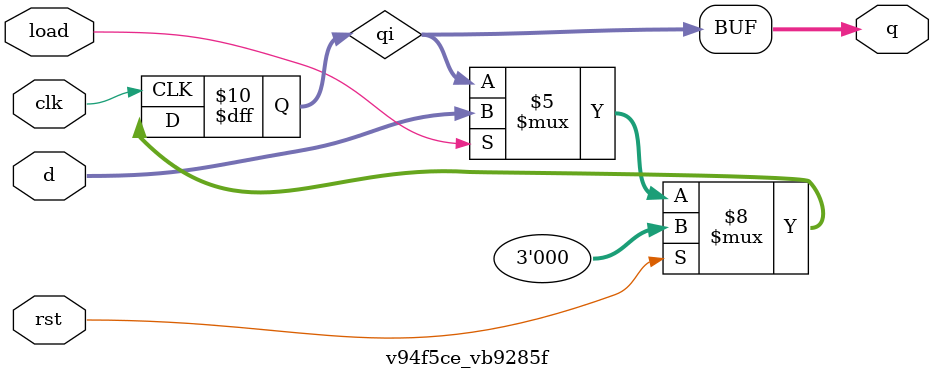
<source format=v>

`default_nettype none

module main #(
 parameter v37efa0 = 6
) (
 input v940bea,
 input vdcda36,
 input vclk,
 output [2:0] va25721,
 output vc6413b,
 output [0:3] vinit
);
 localparam p3 = v37efa0;
 wire w0;
 wire w1;
 wire w2;
 wire [0:2] w4;
 wire [0:2] w5;
 wire w6;
 wire w7;
 wire w8;
 assign w0 = vdcda36;
 assign vc6413b = w1;
 assign va25721 = w4;
 assign w6 = v940bea;
 assign w7 = vclk;
 assign w8 = vclk;
 assign w8 = w7;
 v7b367d #(
  .vc5c8ea(p3)
 ) v772234 (
  .vc35126(w5)
 );
 v5018a6 v66c660 (
  .vd9601b(w0),
  .v64879c(w2),
  .vfde3d7(w7)
 );
 v875ae8 v84d338 (
  .vd1077b(w1),
  .v3dc29f(w2),
  .v66c608(w4),
  .v0716f4(w5),
  .vafbfaf(w6),
  .v6dda25(w8)
 );
 assign vinit = 4'b0000;
endmodule

//---- Top entity
module v7b367d #(
 parameter vc5c8ea = 0
) (
 output [2:0] vc35126
);
 localparam p0 = vc5c8ea;
 wire [0:2] w1;
 assign vc35126 = w1;
 v7b367d_v465065 #(
  .VALUE(p0)
 ) v465065 (
  .k(w1)
 );
endmodule

//---------------------------------------------------
//-- 3-bits-gen-constant
//-- - - - - - - - - - - - - - - - - - - - - - - - --
//-- Generic: 3-bits generic constant (0-7)
//---------------------------------------------------

module v7b367d_v465065 #(
 parameter VALUE = 0
) (
 output [2:0] k
);
 assign k = VALUE;
endmodule
//---- Top entity
module v5018a6 #(
 parameter v9d2d5b = 0,
 parameter v42e61f = 0
) (
 input vfde3d7,
 input vd9601b,
 output v157a67,
 output v64879c
);
 localparam p4 = v9d2d5b;
 localparam p5 = v42e61f;
 wire w0;
 wire w1;
 wire w2;
 wire w3;
 wire w6;
 wire w7;
 assign w0 = vd9601b;
 assign v157a67 = w1;
 assign v64879c = w3;
 assign w6 = vfde3d7;
 assign w7 = vfde3d7;
 assign w2 = w1;
 assign w7 = w6;
 vae13be vc01bdf (
  .ve78ab8(w2),
  .v3487af(w3),
  .ved8395(w7)
 );
 v091b35 #(
  .v17ea21(p4),
  .v803182(p5)
 ) v79ea21 (
  .v27dec4(w0),
  .v4642b6(w1),
  .v25ab12(w6)
 );
endmodule

//---------------------------------------------------
//-- Button-tic
//-- - - - - - - - - - - - - - - - - - - - - - - - --
//-- Button-tic: Configurable button that emits a tic when it is pressed
//---------------------------------------------------
//---- Top entity
module vae13be (
 input ved8395,
 input ve78ab8,
 output v1c9ba2,
 output v3487af
);
 wire w0;
 wire w1;
 wire w2;
 wire w3;
 wire w4;
 wire w5;
 assign w0 = ve78ab8;
 assign w1 = ved8395;
 assign w4 = ve78ab8;
 assign v3487af = w5;
 assign w4 = w0;
 v3676a0 v9d4cda (
  .v0e28cb(w2),
  .vcbab45(w3)
 );
 vba518e v57aa83 (
  .v0e28cb(w3),
  .v3ca442(w4),
  .vcbab45(w5)
 );
 v58ed2b v4953b3 (
  .vf54559(w0),
  .va4102a(w1),
  .ve8318d(w2)
 );
endmodule

//---------------------------------------------------
//-- Rising-edge-detector
//-- - - - - - - - - - - - - - - - - - - - - - - - --
//-- Rising-edge detector. It generates a 1-period pulse (tic) when a rising edge is detected on the input. Block implementation
//---------------------------------------------------
//---- Top entity
module v3676a0 (
 input v0e28cb,
 output vcbab45
);
 wire w0;
 wire w1;
 assign w0 = v0e28cb;
 assign vcbab45 = w1;
 v3676a0_vd54ca1 vd54ca1 (
  .a(w0),
  .q(w1)
 );
endmodule

//---------------------------------------------------
//-- NOT
//-- - - - - - - - - - - - - - - - - - - - - - - - --
//-- NOT gate (Verilog implementation)
//---------------------------------------------------

module v3676a0_vd54ca1 (
 input a,
 output q
);
 //-- NOT Gate
 assign q = ~a;
 
 
endmodule
//---- Top entity
module vba518e (
 input v0e28cb,
 input v3ca442,
 output vcbab45
);
 wire w0;
 wire w1;
 wire w2;
 assign w0 = v0e28cb;
 assign w1 = v3ca442;
 assign vcbab45 = w2;
 vba518e_vf4938a vf4938a (
  .a(w0),
  .b(w1),
  .c(w2)
 );
endmodule

//---------------------------------------------------
//-- AND2
//-- - - - - - - - - - - - - - - - - - - - - - - - --
//-- Two bits input And gate
//---------------------------------------------------

module vba518e_vf4938a (
 input a,
 input b,
 output c
);
 //-- AND gate
 //-- Verilog implementation
 
 assign c = a & b;
 
endmodule
//---- Top entity
module v58ed2b #(
 parameter v71e305 = 0
) (
 input va4102a,
 input vf54559,
 output va58c5b,
 output ve8318d
);
 localparam p2 = v71e305;
 wire w0;
 wire w1;
 wire w3;
 assign w0 = va4102a;
 assign ve8318d = w1;
 assign w3 = vf54559;
 v58ed2b_vb8adf8 #(
  .INI(p2)
 ) vb8adf8 (
  .clk(w0),
  .q(w1),
  .d(w3)
 );
endmodule

//---------------------------------------------------
//-- sys-DFF-verilog
//-- - - - - - - - - - - - - - - - - - - - - - - - --
//-- System - D Flip-flop. Capture data every system clock cycle. Verilog implementation
//---------------------------------------------------

module v58ed2b_vb8adf8 #(
 parameter INI = 0
) (
 input clk,
 input d,
 output q
);
 //-- Initial value
 reg qi = INI;
 
 //-- Capture the input data  
 //-- on the rising edge of  
 //-- the system clock
 always @(posedge clk)
   qi <= d;
   
 //-- Connect the register with the
 //-- output
 assign q = qi;
endmodule
//---- Top entity
module v091b35 #(
 parameter v17ea21 = 0,
 parameter v803182 = 0
) (
 input v25ab12,
 input v27dec4,
 output v4642b6
);
 localparam p2 = v803182;
 localparam p4 = v17ea21;
 wire w0;
 wire w1;
 wire w3;
 wire w5;
 wire w6;
 wire w7;
 wire w8;
 assign v4642b6 = w5;
 assign w6 = v27dec4;
 assign w7 = v25ab12;
 assign w8 = v25ab12;
 assign w8 = w7;
 v6c3aff #(
  .v2fb6e5(p4)
 ) v67ee04 (
  .v758f58(w0),
  .vedbc89(w6)
 );
 v68f406 #(
  .v6a9fe4(p2)
 ) v5b351d (
  .v27dec4(w1),
  .v4642b6(w3)
 );
 vdd36dc v7f7562 (
  .v6a82dd(w3),
  .vd4e5d7(w5),
  .v444878(w8)
 );
 v0705a6 v9812a2 (
  .ve7f5e6(w0),
  .v3c12b5(w1),
  .v717e81(w7)
 );
endmodule

//---------------------------------------------------
//-- Button
//-- - - - - - - - - - - - - - - - - - - - - - - - --
//-- Configurable button (pull-up on/off. Not on/off)
//---------------------------------------------------
//---- Top entity
module v6c3aff #(
 parameter v2fb6e5 = 1
) (
 input vedbc89,
 output v758f58
);
 localparam p2 = v2fb6e5;
 wire w0;
 wire w1;
 assign w0 = vedbc89;
 assign v758f58 = w1;
 v6c3aff_v34955f #(
  .ON(p2)
 ) v34955f (
  .i(w0),
  .o(w1)
 );
endmodule

//---------------------------------------------------
//-- Pull-upx1
//-- - - - - - - - - - - - - - - - - - - - - - - - --
//-- FPGA internal pull-up configuration on the input port
//---------------------------------------------------

module v6c3aff_v34955f #(
 parameter ON = 0
) (
 input i,
 output o
);
 // 1-Pull up
 
 //-- Place the IO block, configured as  
 //-- input with pull-up
 SB_IO
   #(
     .PIN_TYPE(6'b 1010_01),
     
     //-- The pull-up is activated or not
     //-- depeding on the ON parameter
     .PULLUP(ON)
     
   ) input_pin (
 
     //--- Input pin
     .PACKAGE_PIN(i),
     
     //-- Block output
     .D_IN_0(o),
     
     //-- Configured as input
     .OUTPUT_ENABLE(1'b0),
     
     //-- Not used
     .D_OUT_0(1'b0)
   );
endmodule
//---- Top entity
module v68f406 #(
 parameter v6a9fe4 = 0
) (
 input v27dec4,
 output v4642b6
);
 localparam p0 = v6a9fe4;
 wire w1;
 wire w2;
 wire w3;
 assign w2 = v27dec4;
 assign v4642b6 = w3;
 v3ba5d0 #(
  .vc5c8ea(p0)
 ) vce5802 (
  .v268bfc(w1)
 );
 vd12401 v5b01c7 (
  .v0e28cb(w1),
  .v3ca442(w2),
  .vcbab45(w3)
 );
endmodule

//---------------------------------------------------
//-- not-wire-x01
//-- - - - - - - - - - - - - - - - - - - - - - - - --
//-- Select positive or negative logic for the input (0=positive, 1=negative)
//---------------------------------------------------
//---- Top entity
module v3ba5d0 #(
 parameter vc5c8ea = 0
) (
 output v268bfc
);
 localparam p0 = vc5c8ea;
 wire w1;
 assign v268bfc = w1;
 v3ba5d0_v465065 #(
  .VALUE(p0)
 ) v465065 (
  .k(w1)
 );
endmodule

//---------------------------------------------------
//-- Constante-1bits
//-- - - - - - - - - - - - - - - - - - - - - - - - --
//-- Valor genérico constante, de 1 bits. Su valor se introduce como parámetro. Por defecto vale 0
//---------------------------------------------------

module v3ba5d0_v465065 #(
 parameter VALUE = 0
) (
 output k
);
 assign k = VALUE;
endmodule
//---- Top entity
module vd12401 (
 input v0e28cb,
 input v3ca442,
 output vcbab45
);
 wire w0;
 wire w1;
 wire w2;
 assign w0 = v0e28cb;
 assign w1 = v3ca442;
 assign vcbab45 = w2;
 vd12401_vf4938a vf4938a (
  .a(w0),
  .b(w1),
  .c(w2)
 );
endmodule

//---------------------------------------------------
//-- XOR2
//-- - - - - - - - - - - - - - - - - - - - - - - - --
//-- XOR gate: two bits input xor gate
//---------------------------------------------------

module vd12401_vf4938a (
 input a,
 input b,
 output c
);
 //-- XOR gate
 //-- Verilog implementation
 
 assign c = a ^ b;
 
endmodule
//---- Top entity
module vdd36dc (
 input v444878,
 input v6a82dd,
 output vd4e5d7
);
 wire w0;
 wire w1;
 wire w2;
 wire w3;
 wire w4;
 wire w5;
 wire w6;
 wire w7;
 assign w2 = v444878;
 assign w3 = v444878;
 assign w4 = v444878;
 assign vd4e5d7 = w5;
 assign w6 = v6a82dd;
 assign w7 = v6a82dd;
 assign w3 = w2;
 assign w4 = w2;
 assign w4 = w3;
 assign w7 = w6;
 v1ed41a vd680b8 (
  .v3487af(w1),
  .ved8395(w4),
  .ve78ab8(w7)
 );
 v8a23ff v02f115 (
  .vd793aa(w0),
  .ve4a668(w2),
  .v4642b6(w5),
  .v27dec4(w6)
 );
 ve8e3e6 vc4d90e (
  .ve37344(w0),
  .ve556f1(w1),
  .v6dda25(w3)
 );
endmodule

//---------------------------------------------------
//-- Debouncer-x01
//-- - - - - - - - - - - - - - - - - - - - - - - - --
//-- Remove the rebound on a mechanical switch
//---------------------------------------------------
//---- Top entity
module v1ed41a (
 input ved8395,
 input ve78ab8,
 output v31351e,
 output v3487af
);
 wire w0;
 wire w1;
 wire w2;
 wire w3;
 wire w4;
 assign w0 = ve78ab8;
 assign w1 = ved8395;
 assign v3487af = w2;
 assign w4 = ve78ab8;
 assign w4 = w0;
 vd12401 v456da5 (
  .vcbab45(w2),
  .v0e28cb(w3),
  .v3ca442(w4)
 );
 v58ed2b vf94974 (
  .vf54559(w0),
  .va4102a(w1),
  .ve8318d(w3)
 );
endmodule

//---------------------------------------------------
//-- Edges-detector-block
//-- - - - - - - - - - - - - - - - - - - - - - - - --
//-- Edges detector. It generates a 1-period pulse (tic) when either a rising edge or a falling edge is detected on the input. Block implementation
//---------------------------------------------------
//---- Top entity
module v8a23ff #(
 parameter v3360b0 = 0
) (
 input ve4a668,
 input v27dec4,
 input vd793aa,
 output v4642b6
);
 localparam p4 = v3360b0;
 wire w0;
 wire w1;
 wire w2;
 wire w3;
 assign w0 = ve4a668;
 assign w1 = v27dec4;
 assign w2 = vd793aa;
 assign v4642b6 = w3;
 v8a23ff_vb79aca #(
  .INI(p4)
 ) vb79aca (
  .clk(w0),
  .d(w1),
  .load(w2),
  .q(w3)
 );
endmodule

//---------------------------------------------------
//-- DFF-verilog
//-- - - - - - - - - - - - - - - - - - - - - - - - --
//-- DFF. D Flip-flop. Verilog implementation
//---------------------------------------------------

module v8a23ff_vb79aca #(
 parameter INI = 0
) (
 input clk,
 input d,
 input load,
 output q
);
 //-- Initial value
 reg qi = INI;
 
 always @(posedge clk)
 begin
  
  //-- When load is active
  //-- the input data is captured
  if (load == 1'b1)
    qi <= d;
  
 end
 
 //-- Connect the register with the
 //-- output
 assign q = qi;
 
endmodule
//---- Top entity
module ve8e3e6 (
 input v6dda25,
 input ve556f1,
 output [15:0] v49911e,
 output ve37344
);
 wire w0;
 wire [0:15] w1;
 wire [0:15] w2;
 wire w3;
 wire [0:15] w4;
 wire w5;
 assign w0 = ve556f1;
 assign w3 = v6dda25;
 assign v49911e = w4;
 assign ve37344 = w5;
 assign w4 = w1;
 v8ecd59 v9392cd (
  .v2f9d57(w1),
  .vd7988b(w2),
  .v4642b6(w5)
 );
 v0788ea vd23000 (
  .v7bb757(w0),
  .ve56ffc(w1),
  .v76e2d3(w2),
  .v02833d(w3)
 );
endmodule

//---------------------------------------------------
//-- syscounter-rst-16bits
//-- - - - - - - - - - - - - - - - - - - - - - - - --
//-- 16-bits Syscounter with reset
//---------------------------------------------------
//---- Top entity
module v8ecd59 #(
 parameter v6c5139 = 1
) (
 input [15:0] v2f9d57,
 output v4642b6,
 output [15:0] vd7988b
);
 localparam p1 = v6c5139;
 wire w0;
 wire [0:15] w2;
 wire [0:15] w3;
 assign v4642b6 = w0;
 assign w2 = v2f9d57;
 assign vd7988b = w3;
 v265696 #(
  .vd73390(p1)
 ) v76123a (
  .v4642b6(w0),
  .v36f2dd(w2),
  .vc068fb(w3)
 );
endmodule

//---------------------------------------------------
//-- Inc1-16bits
//-- - - - - - - - - - - - - - - - - - - - - - - - --
//-- Inc1-16bit: Increment a 16-bits number by one
//---------------------------------------------------
//---- Top entity
module v265696 #(
 parameter vd73390 = 0
) (
 input [15:0] v36f2dd,
 output v4642b6,
 output [15:0] vc068fb
);
 localparam p1 = vd73390;
 wire w0;
 wire [0:15] w2;
 wire [0:15] w3;
 wire [0:15] w4;
 assign v4642b6 = w0;
 assign w3 = v36f2dd;
 assign vc068fb = w4;
 v651fa3 #(
  .vc5c8ea(p1)
 ) vdd8fa2 (
  .vcd9338(w2)
 );
 vbc66d7 vce7ab7 (
  .v4642b6(w0),
  .v1489e0(w2),
  .v603a9a(w3),
  .v2c4251(w4)
 );
endmodule

//---------------------------------------------------
//-- AdderK-16bits
//-- - - - - - - - - - - - - - - - - - - - - - - - --
//-- AdderK-16bit: Adder of 16-bit operand and 16-bit constant
//---------------------------------------------------
//---- Top entity
module v651fa3 #(
 parameter vc5c8ea = 0
) (
 output [15:0] vcd9338
);
 localparam p0 = vc5c8ea;
 wire [0:15] w1;
 assign vcd9338 = w1;
 v651fa3_v465065 #(
  .VALUE(p0)
 ) v465065 (
  .k(w1)
 );
endmodule

//---------------------------------------------------
//-- 16-bits-gen-constant
//-- - - - - - - - - - - - - - - - - - - - - - - - --
//-- Generic: 16-bits generic constant
//---------------------------------------------------

module v651fa3_v465065 #(
 parameter VALUE = 0
) (
 output [15:0] k
);
 assign k = VALUE;
endmodule
//---- Top entity
module vbc66d7 (
 input [15:0] v1489e0,
 input [15:0] v603a9a,
 output v4642b6,
 output [15:0] v2c4251
);
 wire w0;
 wire w1;
 wire [0:15] w2;
 wire [0:15] w3;
 wire [0:15] w4;
 wire [0:7] w5;
 wire [0:7] w6;
 wire [0:7] w7;
 wire [0:7] w8;
 wire [0:7] w9;
 wire [0:7] w10;
 assign v4642b6 = w0;
 assign w2 = v603a9a;
 assign w3 = v1489e0;
 assign v2c4251 = w4;
 v306ca3 v0a29fe (
  .v91b9c1(w2),
  .vef5eee(w9),
  .vd3ef3b(w10)
 );
 v306ca3 vb0a6ce (
  .v91b9c1(w3),
  .vef5eee(w7),
  .vd3ef3b(w8)
 );
 vcb23aa v8e0bba (
  .v4642b6(w1),
  .v62bf25(w6),
  .v39966a(w8),
  .veb2f59(w10)
 );
 vc3c498 v917bbf (
  .v4642b6(w0),
  .vb9cfc3(w1),
  .veeaa8e(w5),
  .v45c6ee(w7),
  .v20212e(w9)
 );
 v8cc49c v03c3e3 (
  .v14a530(w4),
  .vb334ae(w5),
  .v2b8a97(w6)
 );
endmodule

//---------------------------------------------------
//-- Adder-16bits
//-- - - - - - - - - - - - - - - - - - - - - - - - --
//-- Adder-16bits: Adder of two operands of 16 bits
//---------------------------------------------------
//---- Top entity
module v306ca3 (
 input [15:0] v91b9c1,
 output [7:0] vef5eee,
 output [7:0] vd3ef3b
);
 wire [0:15] w0;
 wire [0:7] w1;
 wire [0:7] w2;
 assign w0 = v91b9c1;
 assign vef5eee = w1;
 assign vd3ef3b = w2;
 v306ca3_v9a2a06 v9a2a06 (
  .i(w0),
  .o1(w1),
  .o0(w2)
 );
endmodule

//---------------------------------------------------
//-- Bus16-Split-half
//-- - - - - - - - - - - - - - - - - - - - - - - - --
//-- Bus16-Split-half: Split the 16-bits bus into two buses of the same size
//---------------------------------------------------

module v306ca3_v9a2a06 (
 input [15:0] i,
 output [7:0] o1,
 output [7:0] o0
);
 assign o1 = i[15:8];
 assign o0 = i[7:0];
endmodule
//---- Top entity
module vcb23aa (
 input [7:0] v39966a,
 input [7:0] veb2f59,
 output v4642b6,
 output [7:0] v62bf25
);
 wire [0:7] w0;
 wire [0:7] w1;
 wire [0:3] w2;
 wire [0:3] w3;
 wire [0:7] w4;
 wire w5;
 wire w6;
 wire [0:3] w7;
 wire [0:3] w8;
 wire [0:3] w9;
 wire [0:3] w10;
 assign w0 = veb2f59;
 assign w1 = v39966a;
 assign v62bf25 = w4;
 assign v4642b6 = w5;
 v6bdcd9 vd88c66 (
  .vcc8c7c(w0),
  .v651522(w9),
  .v2cc41f(w10)
 );
 v6bdcd9 v26a0bb (
  .vcc8c7c(w1),
  .v651522(w7),
  .v2cc41f(w8)
 );
 v25966b v9ea427 (
  .v817794(w3),
  .v4642b6(w6),
  .v0550b6(w8),
  .v24708e(w10)
 );
 vafb28f vc75346 (
  .v515fe7(w2),
  .v3c88fc(w3),
  .va9ac17(w4)
 );
 va1ce30 v40c17f (
  .v817794(w2),
  .v4642b6(w5),
  .vb9cfc3(w6),
  .v0550b6(w7),
  .v24708e(w9)
 );
endmodule

//---------------------------------------------------
//-- Adder-8bits
//-- - - - - - - - - - - - - - - - - - - - - - - - --
//-- Adder-8bits: Adder of two operands of 8 bits
//---------------------------------------------------
//---- Top entity
module v6bdcd9 (
 input [7:0] vcc8c7c,
 output [3:0] v651522,
 output [3:0] v2cc41f
);
 wire [0:3] w0;
 wire [0:3] w1;
 wire [0:7] w2;
 assign v651522 = w0;
 assign v2cc41f = w1;
 assign w2 = vcc8c7c;
 v6bdcd9_v9a2a06 v9a2a06 (
  .o1(w0),
  .o0(w1),
  .i(w2)
 );
endmodule

//---------------------------------------------------
//-- Bus8-Split-half
//-- - - - - - - - - - - - - - - - - - - - - - - - --
//-- Bus8-Split-half: Split the 8-bits bus into two buses of the same size
//---------------------------------------------------

module v6bdcd9_v9a2a06 (
 input [7:0] i,
 output [3:0] o1,
 output [3:0] o0
);
 assign o1 = i[7:4];
 assign o0 = i[3:0];
endmodule
//---- Top entity
module v25966b (
 input [3:0] v0550b6,
 input [3:0] v24708e,
 output v4642b6,
 output [3:0] v817794
);
 wire w0;
 wire w1;
 wire w2;
 wire w3;
 wire w4;
 wire [0:3] w5;
 wire [0:3] w6;
 wire [0:3] w7;
 wire w8;
 wire w9;
 wire w10;
 wire w11;
 wire w12;
 wire w13;
 wire w14;
 wire w15;
 wire w16;
 wire w17;
 wire w18;
 assign w5 = v24708e;
 assign w6 = v0550b6;
 assign v817794 = w7;
 assign v4642b6 = w9;
 v1ea21d vdbe125 (
  .v4642b6(w0),
  .v8e8a67(w2),
  .v27dec4(w15),
  .v82de4f(w18)
 );
 vad119b vb8ad86 (
  .v0ef266(w0),
  .v8e8a67(w1),
  .v4642b6(w3),
  .v27dec4(w14),
  .v82de4f(w17)
 );
 vad119b v5d29b2 (
  .v0ef266(w3),
  .v8e8a67(w4),
  .v4642b6(w8),
  .v27dec4(w12),
  .v82de4f(w16)
 );
 vc4f23a vf4a6ff (
  .v985fcb(w5),
  .v4f1fd3(w13),
  .vda577d(w16),
  .v3f8943(w17),
  .v64d863(w18)
 );
 vc4f23a v9d4632 (
  .v985fcb(w6),
  .v4f1fd3(w11),
  .vda577d(w12),
  .v3f8943(w14),
  .v64d863(w15)
 );
 v84f0a1 v140dbf (
  .vee8a83(w1),
  .v03aaf0(w2),
  .vf8041d(w4),
  .v11bca5(w7),
  .vd84a57(w10)
 );
 vad119b v5c5937 (
  .v0ef266(w8),
  .v4642b6(w9),
  .v8e8a67(w10),
  .v27dec4(w11),
  .v82de4f(w13)
 );
endmodule

//---------------------------------------------------
//-- Adder-4bits
//-- - - - - - - - - - - - - - - - - - - - - - - - --
//-- Adder-4bits: Adder of two operands of 4 bits
//---------------------------------------------------
//---- Top entity
module v1ea21d (
 input v27dec4,
 input v82de4f,
 output v4642b6,
 output v8e8a67
);
 wire w0;
 wire w1;
 wire w2;
 wire w3;
 wire w4;
 assign w0 = v82de4f;
 assign w1 = v27dec4;
 assign v4642b6 = w3;
 assign v8e8a67 = w4;
 vad119b vb820a1 (
  .v82de4f(w0),
  .v27dec4(w1),
  .v0ef266(w2),
  .v4642b6(w3),
  .v8e8a67(w4)
 );
 vd30ca9 v23ebb6 (
  .v9fb85f(w2)
 );
endmodule

//---------------------------------------------------
//-- Adder-1bit
//-- - - - - - - - - - - - - - - - - - - - - - - - --
//-- Adder-1bit: Adder of two operands of 1 bit
//---------------------------------------------------
//---- Top entity
module vad119b (
 input v27dec4,
 input v82de4f,
 input v0ef266,
 output v4642b6,
 output v8e8a67
);
 wire w0;
 wire w1;
 wire w2;
 wire w3;
 wire w4;
 wire w5;
 wire w6;
 wire w7;
 wire w8;
 wire w9;
 wire w10;
 wire w11;
 assign v8e8a67 = w1;
 assign v4642b6 = w5;
 assign w6 = v27dec4;
 assign w7 = v27dec4;
 assign w8 = v82de4f;
 assign w9 = v82de4f;
 assign w10 = v0ef266;
 assign w11 = v0ef266;
 assign w2 = w0;
 assign w7 = w6;
 assign w9 = w8;
 assign w11 = w10;
 vd12401 v2e3d9f (
  .vcbab45(w0),
  .v0e28cb(w7),
  .v3ca442(w9)
 );
 vd12401 vb50462 (
  .v0e28cb(w0),
  .vcbab45(w1),
  .v3ca442(w11)
 );
 vba518e v4882f4 (
  .v3ca442(w2),
  .vcbab45(w3),
  .v0e28cb(w10)
 );
 vba518e v8fcf41 (
  .vcbab45(w4),
  .v0e28cb(w6),
  .v3ca442(w8)
 );
 v873425 vc5b8b9 (
  .v3ca442(w3),
  .v0e28cb(w4),
  .vcbab45(w5)
 );
endmodule

//---------------------------------------------------
//-- AdderC-1bit
//-- - - - - - - - - - - - - - - - - - - - - - - - --
//-- AdderC-1bit: Adder of two operands of 1 bit plus the carry in
//---------------------------------------------------
//---- Top entity
module v873425 (
 input v0e28cb,
 input v3ca442,
 output vcbab45
);
 wire w0;
 wire w1;
 wire w2;
 assign w0 = v0e28cb;
 assign w1 = v3ca442;
 assign vcbab45 = w2;
 v873425_vf4938a vf4938a (
  .a(w0),
  .b(w1),
  .c(w2)
 );
endmodule

//---------------------------------------------------
//-- OR2
//-- - - - - - - - - - - - - - - - - - - - - - - - --
//-- OR2: Two bits input OR gate
//---------------------------------------------------

module v873425_vf4938a (
 input a,
 input b,
 output c
);
 //-- OR Gate
 //-- Verilog implementation
 
 assign c = a | b;
 
 
endmodule
//---- Top entity
module vd30ca9 (
 output v9fb85f
);
 wire w0;
 assign v9fb85f = w0;
 vd30ca9_vb2eccd vb2eccd (
  .q(w0)
 );
endmodule

//---------------------------------------------------
//-- bit-0
//-- - - - - - - - - - - - - - - - - - - - - - - - --
//-- Constant bit 0
//---------------------------------------------------

module vd30ca9_vb2eccd (
 output q
);
 //-- Constant bit-0
 assign q = 1'b0;
 
 
endmodule
//---- Top entity
module vc4f23a (
 input [3:0] v985fcb,
 output v4f1fd3,
 output vda577d,
 output v3f8943,
 output v64d863
);
 wire w0;
 wire w1;
 wire w2;
 wire w3;
 wire [0:3] w4;
 assign v3f8943 = w0;
 assign v64d863 = w1;
 assign vda577d = w2;
 assign v4f1fd3 = w3;
 assign w4 = v985fcb;
 vc4f23a_v9a2a06 v9a2a06 (
  .o1(w0),
  .o0(w1),
  .o2(w2),
  .o3(w3),
  .i(w4)
 );
endmodule

//---------------------------------------------------
//-- Bus4-Split-all
//-- - - - - - - - - - - - - - - - - - - - - - - - --
//-- Bus4-Split-all: Split the 4-bits bus into its wires
//---------------------------------------------------

module vc4f23a_v9a2a06 (
 input [3:0] i,
 output o3,
 output o2,
 output o1,
 output o0
);
 assign o3 = i[3];
 assign o2 = i[2];
 assign o1 = i[1];
 assign o0 = i[0];
endmodule
//---- Top entity
module v84f0a1 (
 input vd84a57,
 input vf8041d,
 input vee8a83,
 input v03aaf0,
 output [3:0] v11bca5
);
 wire w0;
 wire w1;
 wire w2;
 wire w3;
 wire [0:3] w4;
 assign w0 = vee8a83;
 assign w1 = v03aaf0;
 assign w2 = vf8041d;
 assign w3 = vd84a57;
 assign v11bca5 = w4;
 v84f0a1_v9a2a06 v9a2a06 (
  .i1(w0),
  .i0(w1),
  .i2(w2),
  .i3(w3),
  .o(w4)
 );
endmodule

//---------------------------------------------------
//-- Bus4-Join-all
//-- - - - - - - - - - - - - - - - - - - - - - - - --
//-- Bus4-Join-all: Join all the wires into a 4-bits Bus
//---------------------------------------------------

module v84f0a1_v9a2a06 (
 input i3,
 input i2,
 input i1,
 input i0,
 output [3:0] o
);
 assign o = {i3, i2, i1, i0};
 
endmodule
//---- Top entity
module vafb28f (
 input [3:0] v515fe7,
 input [3:0] v3c88fc,
 output [7:0] va9ac17
);
 wire [0:7] w0;
 wire [0:3] w1;
 wire [0:3] w2;
 assign va9ac17 = w0;
 assign w1 = v515fe7;
 assign w2 = v3c88fc;
 vafb28f_v9a2a06 v9a2a06 (
  .o(w0),
  .i1(w1),
  .i0(w2)
 );
endmodule

//---------------------------------------------------
//-- Bus8-Join-half
//-- - - - - - - - - - - - - - - - - - - - - - - - --
//-- Bus8-Join-half: Join the two same halves into an 8-bits Bus
//---------------------------------------------------

module vafb28f_v9a2a06 (
 input [3:0] i1,
 input [3:0] i0,
 output [7:0] o
);
 assign o = {i1, i0};
 
endmodule
//---- Top entity
module va1ce30 (
 input [3:0] v0550b6,
 input [3:0] v24708e,
 input vb9cfc3,
 output v4642b6,
 output [3:0] v817794
);
 wire w0;
 wire w1;
 wire w2;
 wire w3;
 wire w4;
 wire [0:3] w5;
 wire [0:3] w6;
 wire [0:3] w7;
 wire w8;
 wire w9;
 wire w10;
 wire w11;
 wire w12;
 wire w13;
 wire w14;
 wire w15;
 wire w16;
 wire w17;
 wire w18;
 wire w19;
 assign w5 = v24708e;
 assign w6 = v0550b6;
 assign v817794 = w7;
 assign v4642b6 = w9;
 assign w11 = vb9cfc3;
 vad119b vb8ad86 (
  .v0ef266(w0),
  .v8e8a67(w1),
  .v4642b6(w3),
  .v27dec4(w15),
  .v82de4f(w18)
 );
 vad119b v5d29b2 (
  .v0ef266(w3),
  .v8e8a67(w4),
  .v4642b6(w8),
  .v27dec4(w13),
  .v82de4f(w17)
 );
 vc4f23a vf4a6ff (
  .v985fcb(w5),
  .v4f1fd3(w14),
  .vda577d(w17),
  .v3f8943(w18),
  .v64d863(w19)
 );
 vc4f23a v9d4632 (
  .v985fcb(w6),
  .v4f1fd3(w12),
  .vda577d(w13),
  .v3f8943(w15),
  .v64d863(w16)
 );
 v84f0a1 v140dbf (
  .vee8a83(w1),
  .v03aaf0(w2),
  .vf8041d(w4),
  .v11bca5(w7),
  .vd84a57(w10)
 );
 vad119b v5c5937 (
  .v0ef266(w8),
  .v4642b6(w9),
  .v8e8a67(w10),
  .v27dec4(w12),
  .v82de4f(w14)
 );
 vad119b v3599be (
  .v4642b6(w0),
  .v8e8a67(w2),
  .v0ef266(w11),
  .v27dec4(w16),
  .v82de4f(w19)
 );
endmodule

//---------------------------------------------------
//-- AdderC-4bits
//-- - - - - - - - - - - - - - - - - - - - - - - - --
//-- AdderC-4bits: Adder of two operands of 4 bits and Carry in
//---------------------------------------------------
//---- Top entity
module vc3c498 (
 input [7:0] v45c6ee,
 input [7:0] v20212e,
 input vb9cfc3,
 output v4642b6,
 output [7:0] veeaa8e
);
 wire w0;
 wire w1;
 wire [0:7] w2;
 wire [0:7] w3;
 wire [0:7] w4;
 wire [0:3] w5;
 wire [0:3] w6;
 wire w7;
 wire [0:3] w8;
 wire [0:3] w9;
 wire [0:3] w10;
 wire [0:3] w11;
 assign w1 = vb9cfc3;
 assign w2 = v45c6ee;
 assign w3 = v20212e;
 assign veeaa8e = w4;
 assign v4642b6 = w7;
 v6bdcd9 v8d795a (
  .vcc8c7c(w3),
  .v651522(w10),
  .v2cc41f(w11)
 );
 v6bdcd9 v23dbc5 (
  .vcc8c7c(w2),
  .v651522(w8),
  .v2cc41f(w9)
 );
 vafb28f vef3a58 (
  .va9ac17(w4),
  .v3c88fc(w5),
  .v515fe7(w6)
 );
 va1ce30 v0ff71a (
  .v4642b6(w0),
  .vb9cfc3(w1),
  .v817794(w5),
  .v0550b6(w9),
  .v24708e(w11)
 );
 va1ce30 v12f94f (
  .vb9cfc3(w0),
  .v817794(w6),
  .v4642b6(w7),
  .v0550b6(w8),
  .v24708e(w10)
 );
endmodule

//---------------------------------------------------
//-- AdderC-8bits
//-- - - - - - - - - - - - - - - - - - - - - - - - --
//-- AdderC-8bits: Adder of two operands of 8 bits and Carry in
//---------------------------------------------------
//---- Top entity
module v8cc49c (
 input [7:0] vb334ae,
 input [7:0] v2b8a97,
 output [15:0] v14a530
);
 wire [0:15] w0;
 wire [0:7] w1;
 wire [0:7] w2;
 assign v14a530 = w0;
 assign w1 = v2b8a97;
 assign w2 = vb334ae;
 v8cc49c_v9a2a06 v9a2a06 (
  .o(w0),
  .i0(w1),
  .i1(w2)
 );
endmodule

//---------------------------------------------------
//-- Bus16-Join-half
//-- - - - - - - - - - - - - - - - - - - - - - - - --
//-- Bus16-Join-half: Join the two same halves into an 16-bits Bus
//---------------------------------------------------

module v8cc49c_v9a2a06 (
 input [7:0] i1,
 input [7:0] i0,
 output [15:0] o
);
 assign o = {i1, i0};
 
endmodule
//---- Top entity
module v0788ea #(
 parameter vdb1a33 = 0
) (
 input v02833d,
 input v7bb757,
 input [15:0] v76e2d3,
 output v24626e,
 output v713f73,
 output [15:0] ve56ffc
);
 localparam p1 = vdb1a33;
 wire [0:15] w0;
 wire w2;
 wire [0:15] w3;
 wire w4;
 assign ve56ffc = w0;
 assign w2 = v7bb757;
 assign w3 = v76e2d3;
 assign w4 = v02833d;
 v0788ea_v22c6dc #(
  .INI(p1)
 ) v22c6dc (
  .q(w0),
  .rst(w2),
  .d(w3),
  .clk(w4)
 );
endmodule

//---------------------------------------------------
//-- 16-Sys-reg-rst
//-- - - - - - - - - - - - - - - - - - - - - - - - --
//-- 16-Sys-reg-rst: 16 bits system register with reset. Verilog implementation
//---------------------------------------------------

module v0788ea_v22c6dc #(
 parameter INI = 0
) (
 input clk,
 input rst,
 input [15:0] d,
 output [15:0] q
);
 //-- Generic System register
 //-- with reset
 //-- Number of bits
 localparam N = 16;
 
 //-- Initial value
 reg [N-1:0] qi = INI;
 
 always @(posedge clk)
 begin
 
   //-- Reset: Capture the initial
   //-- value
   if (rst == 1'b1)
     qi <= INI;
     
   //-- No reset: Capture the input
   else
     qi <= d;
 end
 
 //-- Connect the register with the
 //-- output
 assign q = qi;
 
endmodule
//---- Top entity
module v0705a6 (
 input v717e81,
 input ve7f5e6,
 output v994965,
 output v3c12b5
);
 wire w0;
 wire w1;
 wire w2;
 assign w0 = v717e81;
 assign w1 = ve7f5e6;
 assign v3c12b5 = w2;
 v0705a6_ve03af9 ve03af9 (
  .clk(w0),
  .d(w1),
  .q(w2)
 );
endmodule

//---------------------------------------------------
//-- Sync-x01-verilog
//-- - - - - - - - - - - - - - - - - - - - - - - - --
//-- Sync-x01: 1-bit input with the system clock domain (Verilog implementation)
//---------------------------------------------------

module v0705a6_ve03af9 (
 input clk,
 input d,
 output q
);
 //-- Two D flip-flops
 //-- connected in cascade
 
 reg q1 = 0;
 reg q2 = 0;
 
 always @(posedge clk) 
 begin
   //-- First D Flip-Flop
   q1 <= d;
   
   //-- Secondo D Flip-flop
   q2 <= q1;
 end
 
 //-- Assign the output
 assign q = q2;
endmodule
//---- Top entity
module v875ae8 #(
 parameter v2a1e8d = 0
) (
 input v6dda25,
 input vafbfaf,
 input [2:0] v0716f4,
 input v3dc29f,
 output [2:0] v66c608,
 output vd1077b
);
 localparam p2 = v2a1e8d;
 wire w0;
 wire w1;
 wire [0:2] w3;
 wire w4;
 wire [0:2] w5;
 wire [0:2] w6;
 wire w7;
 wire w8;
 wire w9;
 wire [0:2] w10;
 wire w11;
 wire w12;
 wire [0:2] w13;
 assign w4 = v6dda25;
 assign v66c608 = w5;
 assign w7 = vafbfaf;
 assign vd1077b = w8;
 assign w10 = v0716f4;
 assign w11 = v3dc29f;
 assign w12 = v3dc29f;
 assign w6 = w5;
 assign w9 = w8;
 assign w12 = w11;
 assign w13 = w3;
 vba518e v3611b7 (
  .vcbab45(w1),
  .v3ca442(w9),
  .v0e28cb(w11)
 );
 v873425 ve0ac7d (
  .vcbab45(w0),
  .v3ca442(w1),
  .v0e28cb(w7)
 );
 v18457b va74b27 (
  .v0617f7(w3),
  .v4642b6(w8),
  .vc21a11(w10)
 );
 v097e2f vd5338e (
  .v25ecb4(w3),
  .v1efb2a(w6)
 );
 v94f5ce #(
  .v4800df(p2)
 ) v032adb (
  .va5013b(w0),
  .v6dda25(w4),
  .v4db459(w5),
  .v23125b(w12),
  .v9406e4(w13)
 );
endmodule

//---------------------------------------------------
//-- Counter-M-rst-x03
//-- - - - - - - - - - - - - - - - - - - - - - - - --
//-- Counter-M-x03: 3-bits M module counter with reset
//---------------------------------------------------
//---- Top entity
module v18457b (
 input [2:0] vc21a11,
 input [2:0] v0617f7,
 output v4642b6
);
 wire [0:2] w0;
 wire [0:2] w1;
 wire w2;
 wire w3;
 wire w4;
 wire w5;
 wire w6;
 wire w7;
 wire w8;
 wire w9;
 wire w10;
 wire w11;
 assign w0 = vc21a11;
 assign w1 = v0617f7;
 assign v4642b6 = w2;
 v23b15b v09a5a5 (
  .v4642b6(w3),
  .v27dec4(w9),
  .v6848e9(w11)
 );
 v23b15b vc1b29d (
  .v4642b6(w4),
  .v27dec4(w8),
  .v6848e9(w10)
 );
 v9a2795 vcd695a (
  .vdee7c7(w0),
  .vda577d(w6),
  .v3f8943(w8),
  .v64d863(w9)
 );
 v9a2795 v1a62f1 (
  .vdee7c7(w1),
  .vda577d(w7),
  .v3f8943(w10),
  .v64d863(w11)
 );
 v23b15b vcd27ce (
  .v4642b6(w5),
  .v27dec4(w6),
  .v6848e9(w7)
 );
 vae245c vb8c431 (
  .vcbab45(w2),
  .v3ca442(w3),
  .v0e28cb(w4),
  .v033bf6(w5)
 );
endmodule

//---------------------------------------------------
//-- comp2-3bits
//-- - - - - - - - - - - - - - - - - - - - - - - - --
//-- Comp2-3bit: Comparator of two 3-bit numbers
//---------------------------------------------------
//---- Top entity
module v23b15b (
 input v27dec4,
 input v6848e9,
 output v4642b6
);
 wire w0;
 wire w1;
 wire w2;
 wire w3;
 assign w1 = v27dec4;
 assign v4642b6 = w2;
 assign w3 = v6848e9;
 vd12401 v955b2b (
  .vcbab45(w0),
  .v0e28cb(w1),
  .v3ca442(w3)
 );
 v3676a0 vf92936 (
  .v0e28cb(w0),
  .vcbab45(w2)
 );
endmodule

//---------------------------------------------------
//-- comp2-1bit
//-- - - - - - - - - - - - - - - - - - - - - - - - --
//-- Comp2-1bit: Comparator of two 1-bit numbers
//---------------------------------------------------
//---- Top entity
module v9a2795 (
 input [2:0] vdee7c7,
 output vda577d,
 output v3f8943,
 output v64d863
);
 wire w0;
 wire w1;
 wire [0:2] w2;
 wire w3;
 assign v3f8943 = w0;
 assign v64d863 = w1;
 assign w2 = vdee7c7;
 assign vda577d = w3;
 v9a2795_v9a2a06 v9a2a06 (
  .o1(w0),
  .o0(w1),
  .i(w2),
  .o2(w3)
 );
endmodule

//---------------------------------------------------
//-- Bus3-Split-all
//-- - - - - - - - - - - - - - - - - - - - - - - - --
//-- Bus3-Split-all: Split the 3-bits bus into three wires
//---------------------------------------------------

module v9a2795_v9a2a06 (
 input [2:0] i,
 output o2,
 output o1,
 output o0
);
 assign o2 = i[2];
 assign o1 = i[1];
 assign o0 = i[0];
endmodule
//---- Top entity
module vae245c (
 input v033bf6,
 input v0e28cb,
 input v3ca442,
 output vcbab45
);
 wire w0;
 wire w1;
 wire w2;
 wire w3;
 wire w4;
 assign w0 = v033bf6;
 assign w1 = v0e28cb;
 assign w2 = v3ca442;
 assign vcbab45 = w4;
 vba518e v19b5b0 (
  .v0e28cb(w0),
  .v3ca442(w1),
  .vcbab45(w3)
 );
 vba518e vf3ef0f (
  .v3ca442(w2),
  .v0e28cb(w3),
  .vcbab45(w4)
 );
endmodule

//---------------------------------------------------
//-- AND3
//-- - - - - - - - - - - - - - - - - - - - - - - - --
//-- Three bits input And gate
//---------------------------------------------------
//---- Top entity
module v097e2f #(
 parameter v6c5139 = 1
) (
 input [2:0] v1efb2a,
 output v4642b6,
 output [2:0] v25ecb4
);
 localparam p1 = v6c5139;
 wire w0;
 wire [0:2] w2;
 wire [0:2] w3;
 assign v4642b6 = w0;
 assign v25ecb4 = w2;
 assign w3 = v1efb2a;
 v75e539 #(
  .vd73390(p1)
 ) v270985 (
  .v4642b6(w0),
  .v8862b1(w2),
  .v3476f0(w3)
 );
endmodule

//---------------------------------------------------
//-- Inc1-3bits
//-- - - - - - - - - - - - - - - - - - - - - - - - --
//-- Inc1-3bit: Increment a 3-bits number by one
//---------------------------------------------------
//---- Top entity
module v75e539 #(
 parameter vd73390 = 0
) (
 input [2:0] v3476f0,
 output v4642b6,
 output [2:0] v8862b1
);
 localparam p1 = vd73390;
 wire w0;
 wire [0:2] w2;
 wire [0:2] w3;
 wire [0:2] w4;
 assign v4642b6 = w0;
 assign w3 = v3476f0;
 assign v8862b1 = w4;
 v7b367d #(
  .vc5c8ea(p1)
 ) v4445e2 (
  .vc35126(w2)
 );
 v4898bb vfc2867 (
  .v4642b6(w0),
  .v55e830(w2),
  .v7b6a12(w3),
  .v2507ea(w4)
 );
endmodule

//---------------------------------------------------
//-- AdderK-3bits CLONE
//-- - - - - - - - - - - - - - - - - - - - - - - - --
//-- AdderK-3bit: Adder of 3-bit operand and 3-bit constant
//---------------------------------------------------
//---- Top entity
module v4898bb (
 input [2:0] v55e830,
 input [2:0] v7b6a12,
 output v4642b6,
 output [2:0] v2507ea
);
 wire w0;
 wire w1;
 wire w2;
 wire [0:2] w3;
 wire [0:2] w4;
 wire [0:2] w5;
 wire w6;
 wire w7;
 wire w8;
 wire w9;
 wire w10;
 wire w11;
 wire w12;
 wire w13;
 wire w14;
 assign w3 = v7b6a12;
 assign w4 = v55e830;
 assign v2507ea = w5;
 assign v4642b6 = w8;
 v1ea21d vdbe125 (
  .v4642b6(w0),
  .v8e8a67(w2),
  .v27dec4(w12),
  .v82de4f(w14)
 );
 vad119b vb8ad86 (
  .v0ef266(w0),
  .v8e8a67(w1),
  .v4642b6(w6),
  .v27dec4(w11),
  .v82de4f(w13)
 );
 v9a2795 v9365c0 (
  .vdee7c7(w3),
  .vda577d(w10),
  .v3f8943(w13),
  .v64d863(w14)
 );
 v9a2795 v90e346 (
  .vdee7c7(w4),
  .vda577d(w9),
  .v3f8943(w11),
  .v64d863(w12)
 );
 v2b9b8c v066958 (
  .vee8a83(w1),
  .v03aaf0(w2),
  .ve52f8a(w5),
  .vf8041d(w7)
 );
 vad119b v5d29b2 (
  .v0ef266(w6),
  .v8e8a67(w7),
  .v4642b6(w8),
  .v27dec4(w9),
  .v82de4f(w10)
 );
endmodule

//---------------------------------------------------
//-- Adder-3bits
//-- - - - - - - - - - - - - - - - - - - - - - - - --
//-- Adder-3bits: Adder of two operands of 3 bits
//---------------------------------------------------
//---- Top entity
module v2b9b8c (
 input vf8041d,
 input vee8a83,
 input v03aaf0,
 output [2:0] ve52f8a
);
 wire w0;
 wire w1;
 wire [0:2] w2;
 wire w3;
 assign w0 = vee8a83;
 assign w1 = v03aaf0;
 assign ve52f8a = w2;
 assign w3 = vf8041d;
 v2b9b8c_v9a2a06 v9a2a06 (
  .i1(w0),
  .i0(w1),
  .o(w2),
  .i2(w3)
 );
endmodule

//---------------------------------------------------
//-- Bus3-Join-all
//-- - - - - - - - - - - - - - - - - - - - - - - - --
//-- Bus3-Join-all: Joint three wires into a 3-bits Bus
//---------------------------------------------------

module v2b9b8c_v9a2a06 (
 input i2,
 input i1,
 input i0,
 output [2:0] o
);
 assign o = {i2, i1, i0};
 
endmodule
//---- Top entity
module v94f5ce #(
 parameter v4800df = 0
) (
 input v6dda25,
 input va5013b,
 input [2:0] v9406e4,
 input v23125b,
 output ve74064,
 output v0c9980,
 output [2:0] v4db459,
 output v8c0d77
);
 localparam p0 = v4800df;
 wire [0:2] w1;
 wire w2;
 wire [0:2] w3;
 wire w4;
 wire w5;
 assign v4db459 = w1;
 assign w2 = v6dda25;
 assign w3 = v9406e4;
 assign w4 = va5013b;
 assign w5 = v23125b;
 v94f5ce_vb9285f #(
  .INI(p0)
 ) vb9285f (
  .q(w1),
  .clk(w2),
  .d(w3),
  .rst(w4),
  .load(w5)
 );
endmodule

//---------------------------------------------------
//-- 03-Reg-rst
//-- - - - - - - - - - - - - - - - - - - - - - - - --
//-- 03-Reg-rst: 3 bits Register with reset. Verilog implementation
//---------------------------------------------------

module v94f5ce_vb9285f #(
 parameter INI = 0
) (
 input clk,
 input rst,
 input [2:0] d,
 input load,
 output [2:0] q
);
 //-- Generic register with reset
 //-- Number of bits
 localparam N = 3;
 
 //-- Initial value
 reg [N-1:0] qi = INI;
 
 always @(posedge clk)
 begin
 
   //-- Reset has the priority
   if (rst == 1'b1)
     qi <= INI;
     
   else
     //-- The value is load only if  
     //-- load is 1
     if (load == 1'b1)
       qi <= d;
       
   //-- In any other case the reg
   //-- keeps its value
 end
 
 //-- Connect the register with the
 //-- output
 assign q = qi;
 
endmodule

</source>
